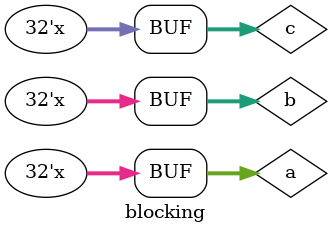
<source format=v>

 module nonblocking();
   integer a = 10, b = 20, c = 30;
   initial begin
     a <= b;
     b <= c;
     c <= a;
   end
   initial begin
     $monitor("non blocking a=%2d,b=%2d,c=%2d",a,b,c);
   end
 endmodule 

 // example for blocking assingnment

module blocking();
  integer a=100,b=200,c=300;
  initial begin
    a=b;
    b=c;
    c=a;
  end
  initial begin 
    $monitor(" blocking a=%d,b=2%d,c=%3d",a,b,c);
  end
endmodule

</source>
